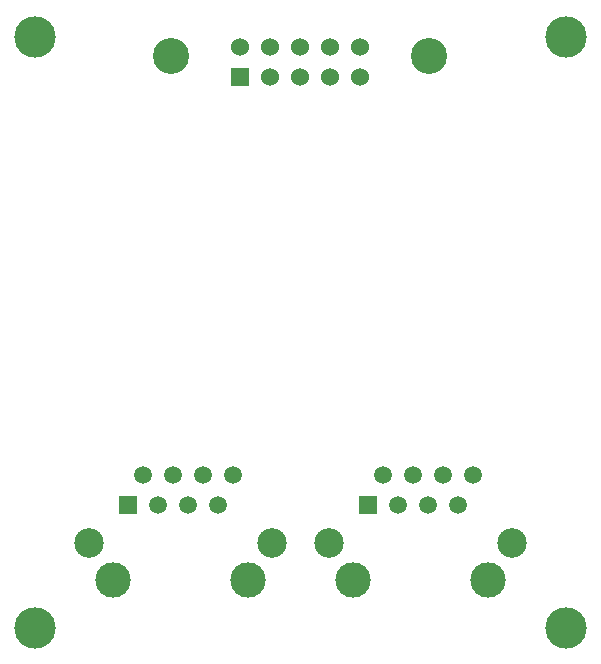
<source format=gbs>
G04 (created by PCBNEW (2013-may-18)-stable) date Tue 21 Oct 2014 06:54:13 PM CEST*
%MOIN*%
G04 Gerber Fmt 3.4, Leading zero omitted, Abs format*
%FSLAX34Y34*%
G01*
G70*
G90*
G04 APERTURE LIST*
%ADD10C,0.00590551*%
%ADD11C,0.11811*%
%ADD12R,0.0591X0.0591*%
%ADD13C,0.0591*%
%ADD14C,0.0984252*%
%ADD15C,0.137795*%
%ADD16C,0.12*%
%ADD17R,0.06X0.06*%
%ADD18C,0.06*%
G04 APERTURE END LIST*
G54D10*
G54D11*
X55250Y-32500D03*
X50750Y-32500D03*
G54D12*
X51250Y-30000D03*
G54D13*
X51750Y-29000D03*
X52250Y-30000D03*
X52750Y-29000D03*
X53250Y-30000D03*
X53750Y-29000D03*
X54250Y-30000D03*
X54750Y-29000D03*
G54D14*
X49950Y-31299D03*
X56050Y-31299D03*
G54D11*
X47250Y-32500D03*
X42750Y-32500D03*
G54D12*
X43250Y-30000D03*
G54D13*
X43750Y-29000D03*
X44250Y-30000D03*
X44750Y-29000D03*
X45250Y-30000D03*
X45750Y-29000D03*
X46250Y-30000D03*
X46750Y-29000D03*
G54D14*
X41950Y-31299D03*
X48050Y-31299D03*
G54D15*
X40150Y-14400D03*
X40150Y-34100D03*
X57850Y-34100D03*
X57850Y-14400D03*
G54D16*
X53300Y-15050D03*
X44700Y-15050D03*
G54D17*
X47000Y-15750D03*
G54D18*
X47000Y-14750D03*
X48000Y-15750D03*
X48000Y-14750D03*
X49000Y-15750D03*
X49000Y-14750D03*
X50000Y-15750D03*
X50000Y-14750D03*
X51000Y-15750D03*
X51000Y-14750D03*
M02*

</source>
